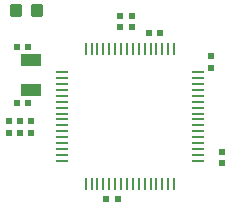
<source format=gtp>
G04 EAGLE Gerber RS-274X export*
G75*
%MOMM*%
%FSLAX34Y34*%
%LPD*%
%INSolderpaste Top*%
%IPPOS*%
%AMOC8*
5,1,8,0,0,1.08239X$1,22.5*%
G01*
%ADD10R,1.800000X1.000000*%
%ADD11R,0.600000X0.600000*%
%ADD12C,0.300000*%
%ADD13R,1.000000X0.220000*%
%ADD14R,0.220000X1.000000*%


D10*
X26670Y166170D03*
X26670Y141170D03*
D11*
X24050Y177070D03*
X14050Y177070D03*
X24050Y129770D03*
X14050Y129770D03*
D12*
X17082Y204780D02*
X17082Y211780D01*
X17082Y204780D02*
X10082Y204780D01*
X10082Y211780D01*
X17082Y211780D01*
X17082Y207630D02*
X10082Y207630D01*
X10082Y210480D02*
X17082Y210480D01*
X34622Y211780D02*
X34622Y204780D01*
X27622Y204780D01*
X27622Y211780D01*
X34622Y211780D01*
X34622Y207630D02*
X27622Y207630D01*
X27622Y210480D02*
X34622Y210480D01*
D11*
X90060Y48260D03*
X100060Y48260D03*
X26580Y114500D03*
X26580Y104500D03*
X178562Y159338D03*
X178562Y169338D03*
X111640Y194302D03*
X101640Y194302D03*
X187960Y88820D03*
X187960Y78820D03*
X7668Y104394D03*
X7668Y114394D03*
X17068Y114500D03*
X17068Y104500D03*
X111648Y203836D03*
X101648Y203836D03*
X135810Y188968D03*
X125810Y188968D03*
D13*
X52500Y121000D03*
X52500Y116000D03*
X52500Y131000D03*
X52500Y141000D03*
X52500Y151000D03*
X52500Y126000D03*
X52500Y136000D03*
X52500Y146000D03*
X52500Y156000D03*
X52500Y106000D03*
X52500Y96000D03*
X52500Y86000D03*
X52500Y81000D03*
X52500Y91000D03*
X52500Y101000D03*
X52500Y111000D03*
D14*
X107500Y61000D03*
X112500Y61000D03*
X97500Y61000D03*
X87500Y61000D03*
X77500Y61000D03*
X102500Y61000D03*
X92500Y61000D03*
X82500Y61000D03*
X72500Y61000D03*
X122500Y61000D03*
X132500Y61000D03*
X142500Y61000D03*
X147500Y61000D03*
X137500Y61000D03*
X127500Y61000D03*
X117500Y61000D03*
D13*
X167500Y116000D03*
X167500Y121000D03*
X167500Y106000D03*
X167500Y96000D03*
X167500Y86000D03*
X167500Y111000D03*
X167500Y101000D03*
X167500Y91000D03*
X167500Y81000D03*
X167500Y131000D03*
X167500Y141000D03*
X167500Y151000D03*
X167500Y156000D03*
X167500Y146000D03*
X167500Y136000D03*
X167500Y126000D03*
D14*
X112500Y176000D03*
X107500Y176000D03*
X122500Y176000D03*
X132500Y176000D03*
X142500Y176000D03*
X117500Y176000D03*
X127500Y176000D03*
X137500Y176000D03*
X147500Y176000D03*
X97500Y176000D03*
X87500Y176000D03*
X77500Y176000D03*
X72500Y176000D03*
X82500Y176000D03*
X92500Y176000D03*
X102500Y176000D03*
M02*

</source>
